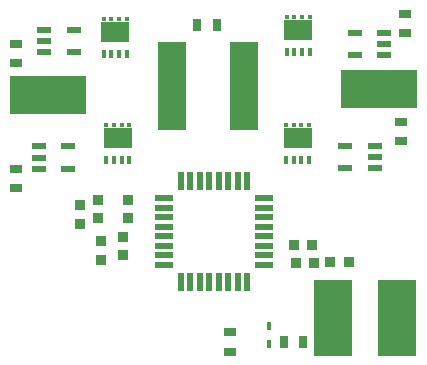
<source format=gbr>
G04 EAGLE Gerber RS-274X export*
G75*
%MOMM*%
%FSLAX34Y34*%
%LPD*%
%INSolderpaste Top*%
%IPPOS*%
%AMOC8*
5,1,8,0,0,1.08239X$1,22.5*%
G01*
G04 Define Apertures*
%ADD10R,0.920900X0.970200*%
%ADD11R,0.970200X0.920900*%
%ADD12R,3.251200X6.451600*%
%ADD13R,6.451600X3.251200*%
%ADD14R,0.420000X0.640000*%
%ADD15R,1.200000X0.600000*%
%ADD16R,0.600000X1.500000*%
%ADD17R,1.500000X0.600000*%
%ADD18R,2.400000X7.500000*%
%ADD19R,0.900000X0.970200*%
%ADD20R,0.932600X0.970200*%
%ADD21R,0.420000X0.700000*%
%ADD22R,0.420000X0.450000*%
%ADD23R,2.370000X1.700000*%
%ADD24R,0.973900X0.798700*%
%ADD25R,0.798700X0.973900*%
%ADD26R,0.970200X0.900000*%
%ADD27R,0.970200X0.932600*%
D10*
X281354Y89600D03*
X296846Y89600D03*
X250554Y104600D03*
X266046Y104600D03*
D11*
X105800Y95654D03*
X105800Y111146D03*
X87300Y91929D03*
X87300Y107421D03*
X110200Y126854D03*
X110200Y142346D03*
X84900Y126854D03*
X84900Y142346D03*
D12*
X283382Y42418D03*
X337418Y42418D03*
D13*
X42418Y231416D03*
X322582Y236416D03*
D14*
X229000Y35600D03*
X229000Y20600D03*
D15*
X39100Y286700D03*
X39100Y277200D03*
X39100Y267700D03*
X64100Y267700D03*
X64100Y286700D03*
X34300Y187900D03*
X34300Y178400D03*
X34300Y168900D03*
X59300Y168900D03*
X59300Y187900D03*
X318840Y169476D03*
X318840Y178976D03*
X318840Y188476D03*
X293840Y188476D03*
X293840Y169476D03*
X326907Y264900D03*
X326907Y274400D03*
X326907Y283900D03*
X301907Y283900D03*
X301907Y264900D03*
D16*
X154800Y73300D03*
X162800Y73300D03*
X170800Y73300D03*
X178800Y73300D03*
X186800Y73300D03*
X194800Y73300D03*
X202800Y73300D03*
X210800Y73300D03*
D17*
X225300Y87800D03*
X225300Y95800D03*
X225300Y103800D03*
X225300Y111800D03*
X225300Y119800D03*
X225300Y127800D03*
X225300Y135800D03*
X225300Y143800D03*
D16*
X210800Y158300D03*
X202800Y158300D03*
X194800Y158300D03*
X186800Y158300D03*
X178800Y158300D03*
X170800Y158300D03*
X162800Y158300D03*
X154800Y158300D03*
D17*
X140300Y143800D03*
X140300Y135800D03*
X140300Y127800D03*
X140300Y119800D03*
X140300Y111800D03*
X140300Y103800D03*
X140300Y95800D03*
X140300Y87800D03*
D18*
X208200Y239200D03*
X147200Y239200D03*
D19*
X267351Y88900D03*
D20*
X251812Y88900D03*
D21*
X89350Y266500D03*
X95850Y266500D03*
X102350Y266500D03*
X108850Y266500D03*
D22*
X108850Y295750D03*
X102350Y295750D03*
X95850Y295750D03*
X89350Y295750D03*
D23*
X99100Y285000D03*
D21*
X91550Y176500D03*
X98050Y176500D03*
X104550Y176500D03*
X111050Y176500D03*
D22*
X111050Y205750D03*
X104550Y205750D03*
X98050Y205750D03*
X91550Y205750D03*
D23*
X101300Y195000D03*
D21*
X243750Y176500D03*
X250250Y176500D03*
X256750Y176500D03*
X263250Y176500D03*
D22*
X263250Y205750D03*
X256750Y205750D03*
X250250Y205750D03*
X243750Y205750D03*
D23*
X253500Y195000D03*
D21*
X244350Y268100D03*
X250850Y268100D03*
X257350Y268100D03*
X263850Y268100D03*
D22*
X263850Y297350D03*
X257350Y297350D03*
X250850Y297350D03*
X244350Y297350D03*
D23*
X254100Y286600D03*
D24*
X15030Y274494D03*
X15030Y258190D03*
X344300Y284079D03*
X344300Y300383D03*
X341200Y192248D03*
X341200Y208552D03*
X15030Y168772D03*
X15030Y152468D03*
D25*
X258152Y22306D03*
X241848Y22306D03*
X168748Y290400D03*
X185052Y290400D03*
D24*
X196263Y14154D03*
X196263Y30458D03*
D26*
X68925Y137851D03*
D27*
X68925Y122312D03*
M02*

</source>
